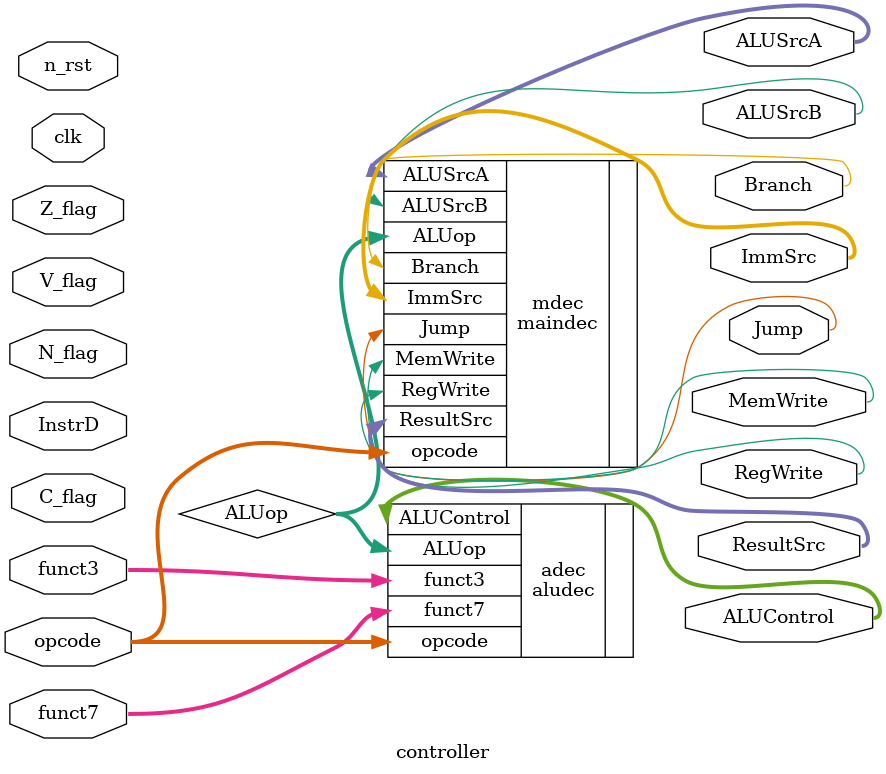
<source format=sv>
module controller(
    clk,
    n_rst,
    N_flag,
    Z_flag,
    C_flag,
    V_flag,
    opcode,
    funct3,
    funct7,
    InstrD,
  //  PCSrc,
    ResultSrc,
   // ResultSrcW,
    MemWrite,
    ALUSrcA,
    ALUSrcB,
    ImmSrc,
    RegWrite,
   // RegWriteW,
    ALUControl,
    Jump,
 //   Btaken,
    Branch
);
    // input
    input clk;
    input n_rst;
    input N_flag, Z_flag, C_flag, V_flag;
    input [6:0] opcode;
    input [2:0] funct3;
    input [6:0] funct7;
    input [31:0] InstrD;
   // input Btaken;
    // output
 //   output [1:0] PCSrc;
    output MemWrite, ALUSrcB;
    output RegWrite, Jump;
    output [1:0] ALUSrcA;
    output [1:0] ResultSrc;
    output [2:0] ImmSrc;
    output [4:0] ALUControl;
    output Branch;
    wire [1:0] ALUop;
   // wire Btaken;

    //fd
  
  
    wire [1:0] ResultSrc;
    wire [4:0] ALUControl;
    

    wire MemWrite;

    wire [1:0] PCSrc;
   

    maindec mdec(
        .opcode(opcode),
       // .PCSrc(PCSrc),
        .ResultSrc(ResultSrc),
        .MemWrite(MemWrite),
        .ALUSrcA(ALUSrcA),
        .ALUSrcB(ALUSrcB),
        .ImmSrc(ImmSrc),
        .RegWrite(RegWrite),
        .Jump(Jump),
        .ALUop(ALUop),
        .Branch(Branch)
    );

    aludec adec(
        .opcode(opcode),
        .funct3(funct3),
        .funct7(funct7),
        .ALUop(ALUop),
        .ALUControl(ALUControl)
    );
    /*
    
    branch_logic u_branch_logic(
        .funct3(funct3E),
        .Nflag(N_flag),
        .Zflag(Z_flag),
        .Cflag(C_flag),
        .Vflag(V_flag),
        .Btaken(Btaken),
        .Branch(BranchE)
    );
    pc_select u_pc_select_branch(
        .Z_flag(Z_flag),
        .opcode(opcodeE),
        .Jump(JumpE),
        .Btaken(Btaken),
        .PCSrcE(PCSrcE)
    );*/
endmodule

</source>
